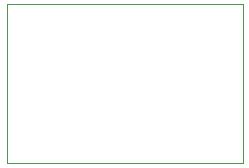
<source format=gbr>
%TF.GenerationSoftware,KiCad,Pcbnew,9.0.6-9.0.6~ubuntu22.04.1*%
%TF.CreationDate,2026-01-23T17:02:29+00:00*%
%TF.ProjectId,vm_i2c_pulse_oximeter,766d5f69-3263-45f7-9075-6c73655f6f78,0.1*%
%TF.SameCoordinates,PX577fe70PY4b1a130*%
%TF.FileFunction,Other,User*%
%FSLAX45Y45*%
G04 Gerber Fmt 4.5, Leading zero omitted, Abs format (unit mm)*
G04 Created by KiCad (PCBNEW 9.0.6-9.0.6~ubuntu22.04.1) date 2026-01-23 17:02:29*
%MOMM*%
%LPD*%
G01*
G04 APERTURE LIST*
%ADD10C,0.100000*%
%ADD11C,0.009990*%
%ADD12C,0.010830*%
%ADD13C,0.020680*%
%ADD14C,0.030650*%
%ADD15C,0.010710*%
%ADD16C,0.020780*%
%ADD17C,0.030680*%
%ADD18C,0.020670*%
%ADD19C,0.030760*%
%ADD20C,0.010430*%
%ADD21C,0.020510*%
%ADD22C,0.030860*%
%ADD23C,0.040510*%
G04 APERTURE END LIST*
D10*
X-1000000Y675000D02*
X1000000Y675000D01*
X1000000Y-675000D01*
X-1000000Y-675000D01*
X-1000000Y675000D01*
D11*
%TO.C,GS4*%
X-1000000Y-100000D02*
X-1000000Y-100000D01*
D12*
X-1000000Y-100000D02*
X-1000000Y-100000D01*
D13*
X-1000000Y-100000D02*
X-1000000Y-100000D01*
D14*
X-1000000Y-100000D02*
X-1000000Y-100000D01*
D11*
%TO.C,GS2*%
X-1000000Y50000D02*
X-1000000Y50000D01*
D15*
X-1000000Y50000D02*
X-1000000Y50000D01*
D16*
X-1000000Y50000D02*
X-1000000Y50000D01*
D17*
X-1000000Y50000D02*
X-1000000Y50000D01*
D11*
%TO.C,GS3*%
X-1000000Y200000D02*
X-1000000Y200000D01*
D12*
X-1000000Y200000D02*
X-1000000Y200000D01*
D18*
X-1000000Y200000D02*
X-1000000Y200000D01*
D19*
X-1000000Y200000D02*
X-1000000Y200000D01*
D11*
%TO.C,GS1*%
X-1000000Y-250000D02*
X-1000000Y-250000D01*
D20*
X-1000000Y-250000D02*
X-1000000Y-250000D01*
D21*
X-1000000Y-250000D02*
X-1000000Y-250000D01*
D22*
X-1000000Y-250000D02*
X-1000000Y-250000D01*
D23*
X-1000000Y-250000D02*
X-1000000Y-250000D01*
%TD*%
M02*

</source>
